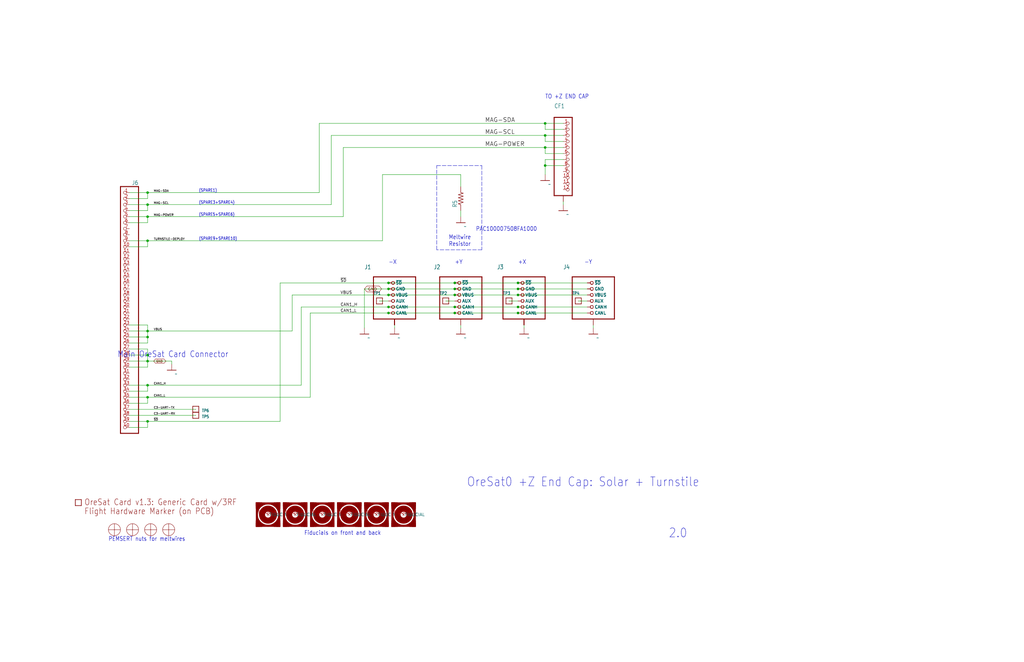
<source format=kicad_sch>
(kicad_sch (version 20211123) (generator eeschema)
  (paper "USLedger")
  (title_block (title "+Z End Card w/ Turnstile") (rev "1.0"))
  (lib_symbols
    (symbol "plusz-end-card-with-turnstile-eagle-import:FIDUCIAL-1.0X2.0"
      (symbol "FIDUCIAL-1.0X2.0_1_0"
        (rectangle (start -5.08 -5.08) (end -3.556 -2.54) (fill (type outline)))
        (rectangle (start -5.08 -5.08) (end -2.54 -3.556) (fill (type outline)))
        (rectangle (start -5.08 2.54) (end -3.556 5.08) (fill (type outline)))
        (rectangle (start -5.08 3.556) (end -2.54 5.08) (fill (type outline)))
        (polyline (pts (xy -5.08 -5.08) (xy -5.08 5.08)) (stroke (width 0.127)))
        (polyline (pts (xy -5.08 -5.08) (xy 5.08 -5.08)) (stroke (width 0.127)))
        (polyline (pts (xy -5.08 5.08) (xy 5.08 5.08)) (stroke (width 0.127)))
        (polyline (pts (xy -4.699 2.54) (xy -4.699 -2.54)) (stroke (width 0.762)))
        (polyline (pts (xy -2.54 -4.699) (xy 2.54 -4.699)) (stroke (width 0.762)))
        (polyline (pts (xy -2.54 4.699) (xy 2.54 4.699)) (stroke (width 0.762)))
        (polyline (pts (xy 4.699 -2.54) (xy 4.699 2.54)) (stroke (width 0.762)))
        (polyline (pts (xy 5.08 5.08) (xy 5.08 -5.08)) (stroke (width 0.127)))
        (circle (center 0 0) (radius 2.54) (stroke (width 2.54)))
        (circle (center 0 0) (radius 4.699) (stroke (width 0.762)))
        (rectangle (start 2.54 -5.08) (end 5.08 -3.556) (fill (type outline)))
        (rectangle (start 2.54 3.556) (end 5.08 5.08) (fill (type outline)))
        (rectangle (start 3.556 -5.08) (end 5.08 -2.54) (fill (type outline)))
        (rectangle (start 3.556 2.54) (end 5.08 5.08) (fill (type outline)))
        (pin no_connect line (at 0 0 0) (length 0) (name "FIDUCIAL") (number "FIDUCIAL"))
      )
    )
    (symbol "plusz-end-card-with-turnstile-eagle-import:FLIGHMARKERNEW"
      (symbol "FLIGHMARKERNEW_1_0"
        (text "Flight Hardware Marker (on PCB)" (at 0 0 0) (effects (font (size 2.54 2.159)) (justify left bottom)))
      )
    )
    (symbol "plusz-end-card-with-turnstile-eagle-import:GND" (power)
      (property "Value" "GND" (at -2.54 -2.54 0))
      (symbol "GND_1_0"
        (polyline (pts (xy -1.905 0) (xy 1.905 0)) (stroke (width 0.254)))
        (pin power_in line (at 0 2.54 270) (length 2.54) (name "GND") (number "1"))
      )
    )
    (symbol "plusz-end-card-with-turnstile-eagle-import:J-HARWIN-M55-60X1242R"
      (property "Reference" "CF" (at -6.35 19.05 0))
      (property "Value" "J-HARWIN-M55-60X1242R" (at -6.35 16.51 0))
      (symbol "J-HARWIN-M55-60X1242R_1_0"
        (polyline (pts (xy -6.35 -17.78) (xy 1.27 -17.78)) (stroke (width 0.4064)))
        (polyline (pts (xy -6.35 15.24) (xy -6.35 -17.78)) (stroke (width 0.4064)))
        (polyline (pts (xy 1.27 -17.78) (xy 1.27 15.24)) (stroke (width 0.4064)))
        (polyline (pts (xy 1.27 15.24) (xy -6.35 15.24)) (stroke (width 0.4064)))
        (pin passive inverted (at -2.54 12.7 0) (length 2.54) (name "1") (number "1"))
        (pin passive inverted (at -2.54 -10.16 0) (length 2.54) (name "10") (number "10"))
        (pin passive inverted (at -2.54 -12.7 0) (length 2.54) (name "11") (number "11"))
        (pin passive inverted (at -2.54 -15.24 0) (length 2.54) (name "12") (number "12"))
        (pin passive inverted (at -2.54 10.16 0) (length 2.54) (name "2") (number "2"))
        (pin passive inverted (at -2.54 7.62 0) (length 2.54) (name "3") (number "3"))
        (pin passive inverted (at -2.54 5.08 0) (length 2.54) (name "4") (number "4"))
        (pin passive inverted (at -2.54 2.54 0) (length 2.54) (name "5") (number "5"))
        (pin passive inverted (at -2.54 0 0) (length 2.54) (name "6") (number "6"))
        (pin passive inverted (at -2.54 -2.54 0) (length 2.54) (name "7") (number "7"))
        (pin passive inverted (at -2.54 -5.08 0) (length 2.54) (name "8") (number "8"))
        (pin passive inverted (at -2.54 -7.62 0) (length 2.54) (name "9") (number "9"))
        (pin passive line (at -2.54 -20.32 90) (length 2.54) (name "SHIELDS") (number "P$1"))
        (pin passive line (at -2.54 -20.32 90) (length 2.54) (name "SHIELDS") (number "P$2"))
        (pin passive line (at -2.54 -20.32 90) (length 2.54) (name "SHIELDS") (number "P$3"))
        (pin passive line (at -2.54 -20.32 90) (length 2.54) (name "SHIELDS") (number "P$4"))
      )
    )
    (symbol "plusz-end-card-with-turnstile-eagle-import:J-SAMTEC-TFM-120-X1-XXX-D-RA"
      (property "Reference" "J" (at -6.35 51.435 0))
      (property "Value" "J-SAMTEC-TFM-120-X1-XXX-D-RA" (at -6.35 -55.88 0))
      (symbol "J-SAMTEC-TFM-120-X1-XXX-D-RA_1_0"
        (polyline (pts (xy -6.35 -53.34) (xy 1.27 -53.34)) (stroke (width 0.4064)))
        (polyline (pts (xy -6.35 50.8) (xy -6.35 -53.34)) (stroke (width 0.4064)))
        (polyline (pts (xy 1.27 -53.34) (xy 1.27 50.8)) (stroke (width 0.4064)))
        (polyline (pts (xy 1.27 50.8) (xy -6.35 50.8)) (stroke (width 0.4064)))
        (pin passive inverted (at -2.54 48.26 0) (length 2.54) (name "1") (number "1"))
        (pin passive inverted (at -2.54 25.4 0) (length 2.54) (name "10") (number "10"))
        (pin passive inverted (at -2.54 22.86 0) (length 2.54) (name "11") (number "11"))
        (pin passive inverted (at -2.54 20.32 0) (length 2.54) (name "12") (number "12"))
        (pin passive inverted (at -2.54 17.78 0) (length 2.54) (name "13") (number "13"))
        (pin passive inverted (at -2.54 15.24 0) (length 2.54) (name "14") (number "14"))
        (pin passive inverted (at -2.54 12.7 0) (length 2.54) (name "15") (number "15"))
        (pin passive inverted (at -2.54 10.16 0) (length 2.54) (name "16") (number "16"))
        (pin passive inverted (at -2.54 7.62 0) (length 2.54) (name "17") (number "17"))
        (pin passive inverted (at -2.54 5.08 0) (length 2.54) (name "18") (number "18"))
        (pin passive inverted (at -2.54 2.54 0) (length 2.54) (name "19") (number "19"))
        (pin passive inverted (at -2.54 45.72 0) (length 2.54) (name "2") (number "2"))
        (pin passive inverted (at -2.54 0 0) (length 2.54) (name "20") (number "20"))
        (pin passive inverted (at -2.54 -2.54 0) (length 2.54) (name "21") (number "21"))
        (pin passive inverted (at -2.54 -5.08 0) (length 2.54) (name "22") (number "22"))
        (pin passive inverted (at -2.54 -7.62 0) (length 2.54) (name "23") (number "23"))
        (pin passive inverted (at -2.54 -10.16 0) (length 2.54) (name "24") (number "24"))
        (pin passive inverted (at -2.54 -12.7 0) (length 2.54) (name "25") (number "25"))
        (pin passive inverted (at -2.54 -15.24 0) (length 2.54) (name "26") (number "26"))
        (pin passive inverted (at -2.54 -17.78 0) (length 2.54) (name "27") (number "27"))
        (pin passive inverted (at -2.54 -20.32 0) (length 2.54) (name "28") (number "28"))
        (pin passive inverted (at -2.54 -22.86 0) (length 2.54) (name "29") (number "29"))
        (pin passive inverted (at -2.54 43.18 0) (length 2.54) (name "3") (number "3"))
        (pin passive inverted (at -2.54 -25.4 0) (length 2.54) (name "30") (number "30"))
        (pin passive inverted (at -2.54 -27.94 0) (length 2.54) (name "31") (number "31"))
        (pin passive inverted (at -2.54 -30.48 0) (length 2.54) (name "32") (number "32"))
        (pin passive inverted (at -2.54 -33.02 0) (length 2.54) (name "33") (number "33"))
        (pin passive inverted (at -2.54 -35.56 0) (length 2.54) (name "34") (number "34"))
        (pin passive inverted (at -2.54 -38.1 0) (length 2.54) (name "35") (number "35"))
        (pin passive inverted (at -2.54 -40.64 0) (length 2.54) (name "36") (number "36"))
        (pin passive inverted (at -2.54 -43.18 0) (length 2.54) (name "37") (number "37"))
        (pin passive inverted (at -2.54 -45.72 0) (length 2.54) (name "38") (number "38"))
        (pin passive inverted (at -2.54 -48.26 0) (length 2.54) (name "39") (number "39"))
        (pin passive inverted (at -2.54 40.64 0) (length 2.54) (name "4") (number "4"))
        (pin passive inverted (at -2.54 -50.8 0) (length 2.54) (name "40") (number "40"))
        (pin passive inverted (at -2.54 38.1 0) (length 2.54) (name "5") (number "5"))
        (pin passive inverted (at -2.54 35.56 0) (length 2.54) (name "6") (number "6"))
        (pin passive inverted (at -2.54 33.02 0) (length 2.54) (name "7") (number "7"))
        (pin passive inverted (at -2.54 30.48 0) (length 2.54) (name "8") (number "8"))
        (pin passive inverted (at -2.54 27.94 0) (length 2.54) (name "9") (number "9"))
      )
    )
    (symbol "plusz-end-card-with-turnstile-eagle-import:MCMASTER-94100A150"
      (symbol "MCMASTER-94100A150_1_0"
        (polyline (pts (xy 0 -2.54) (xy 0 0)) (stroke (width 0.1524)))
        (polyline (pts (xy 0 0) (xy -2.54 0)) (stroke (width 0.1524)))
        (polyline (pts (xy 0 0) (xy 2.54 0)) (stroke (width 0.1524)))
        (polyline (pts (xy 0 2.54) (xy 0 0)) (stroke (width 0.1524)))
        (circle (center 0 0) (radius 2.54) (stroke (width 0.1524)))
      )
    )
    (symbol "plusz-end-card-with-turnstile-eagle-import:ORESAT-CARD-V1.3-GENERIC-3RF"
      (symbol "ORESAT-CARD-V1.3-GENERIC-3RF_1_0"
        (polyline (pts (xy -1.27 -1.27) (xy 1.27 -1.27)) (stroke (width 0.254)))
        (polyline (pts (xy -1.27 1.27) (xy -1.27 -1.27)) (stroke (width 0.254)))
        (polyline (pts (xy 1.27 -1.27) (xy 1.27 1.27)) (stroke (width 0.254)))
        (polyline (pts (xy 1.27 1.27) (xy -1.27 1.27)) (stroke (width 0.254)))
        (text "OreSat Card v1.3: Generic Card w/3RF" (at 2.54 -1.27 0) (effects (font (size 2.54 2.159)) (justify left bottom)))
      )
    )
    (symbol "plusz-end-card-with-turnstile-eagle-import:PAC100-FOR-MELTWIRE"
      (property "Reference" "R" (at -3.81 1.4986 0))
      (property "Value" "PAC100-FOR-MELTWIRE" (at -3.81 -3.302 0))
      (symbol "PAC100-FOR-MELTWIRE_1_0"
        (polyline (pts (xy -2.54 0) (xy -2.159 1.016)) (stroke (width 0.2032)))
        (polyline (pts (xy -2.159 1.016) (xy -1.524 -1.016)) (stroke (width 0.2032)))
        (polyline (pts (xy -1.524 -1.016) (xy -0.889 1.016)) (stroke (width 0.2032)))
        (polyline (pts (xy -0.889 1.016) (xy -0.254 -1.016)) (stroke (width 0.2032)))
        (polyline (pts (xy -0.254 -1.016) (xy 0.381 1.016)) (stroke (width 0.2032)))
        (polyline (pts (xy 0.381 1.016) (xy 1.016 -1.016)) (stroke (width 0.2032)))
        (polyline (pts (xy 1.016 -1.016) (xy 1.651 1.016)) (stroke (width 0.2032)))
        (polyline (pts (xy 1.651 1.016) (xy 2.286 -1.016)) (stroke (width 0.2032)))
        (polyline (pts (xy 2.286 -1.016) (xy 2.54 0)) (stroke (width 0.2032)))
        (pin passive line (at -5.08 0 0) (length 2.54) (name "1") (number "P$1"))
        (pin passive line (at -5.08 0 0) (length 2.54) (name "1") (number "P$2"))
        (pin passive line (at 5.08 0 180) (length 2.54) (name "2") (number "P$3"))
        (pin passive line (at 5.08 0 180) (length 2.54) (name "2") (number "P$4"))
      )
    )
    (symbol "plusz-end-card-with-turnstile-eagle-import:SOLAR-CARD-CONNECTOR"
      (property "Reference" "J" (at -6.35 10.795 0))
      (property "Value" "SOLAR-CARD-CONNECTOR" (at -6.35 8.89 0))
      (symbol "SOLAR-CARD-CONNECTOR_1_0"
        (polyline (pts (xy -8.89 -10.16) (xy 8.89 -10.16)) (stroke (width 0.4064)))
        (polyline (pts (xy -8.89 7.62) (xy -8.89 -10.16)) (stroke (width 0.4064)))
        (polyline (pts (xy 8.89 -10.16) (xy 8.89 7.62)) (stroke (width 0.4064)))
        (polyline (pts (xy 8.89 7.62) (xy -8.89 7.62)) (stroke (width 0.4064)))
        (pin passive inverted (at -2.54 5.08 0) (length 2.54) (name "~{SD}") (number "1"))
        (pin passive inverted (at -2.54 -5.08 0) (length 2.54) (name "CANH") (number "10"))
        (pin passive inverted (at -2.54 -7.62 0) (length 2.54) (name "CANL") (number "11"))
        (pin passive inverted (at -2.54 -7.62 0) (length 2.54) (name "CANL") (number "12"))
        (pin passive inverted (at -2.54 5.08 0) (length 2.54) (name "~{SD}") (number "2"))
        (pin passive inverted (at -2.54 2.54 0) (length 2.54) (name "GND") (number "3"))
        (pin passive inverted (at -2.54 2.54 0) (length 2.54) (name "GND") (number "4"))
        (pin passive inverted (at -2.54 0 0) (length 2.54) (name "VBUS") (number "5"))
        (pin passive inverted (at -2.54 0 0) (length 2.54) (name "VBUS") (number "6"))
        (pin passive inverted (at -2.54 -2.54 0) (length 2.54) (name "AUX") (number "7"))
        (pin passive inverted (at -2.54 -2.54 0) (length 2.54) (name "AUX") (number "8"))
        (pin passive inverted (at -2.54 -5.08 0) (length 2.54) (name "CANH") (number "9"))
        (pin passive line (at 0 -12.7 90) (length 2.54) (name "SHIELD") (number "P$1"))
        (pin passive line (at 0 -12.7 90) (length 2.54) (name "SHIELD") (number "P$2"))
        (pin passive line (at 0 -12.7 90) (length 2.54) (name "SHIELD") (number "P$3"))
        (pin passive line (at 0 -12.7 90) (length 2.54) (name "SHIELD") (number "P$4"))
      )
    )
    (symbol "plusz-end-card-with-turnstile-eagle-import:TEST-POINT-LARGE-SQUARE"
      (property "Reference" "TP" (at -2.54 2.54 0))
      (symbol "TEST-POINT-LARGE-SQUARE_1_0"
        (polyline (pts (xy -1.27 -1.27) (xy -1.27 1.27)) (stroke (width 0.254)))
        (polyline (pts (xy -1.27 1.27) (xy 1.27 1.27)) (stroke (width 0.254)))
        (polyline (pts (xy 1.27 -1.27) (xy -1.27 -1.27)) (stroke (width 0.254)))
        (polyline (pts (xy 1.27 1.27) (xy 1.27 -1.27)) (stroke (width 0.254)))
        (pin passive line (at 0 0 0) (length 0) (name "1") (number "1"))
      )
    )
  )
  (junction (at 62.23 177.8))
  (junction (at 218.44 132.08))
  (junction (at 62.23 91.44))
  (junction (at 191.77 124.46))
  (junction (at 229.87 52.07))
  (junction (at 191.77 119.38))
  (junction (at 62.23 101.6))
  (junction (at 62.23 149.86))
  (junction (at 191.77 129.54))
  (junction (at 62.23 86.36))
  (junction (at 218.44 129.54))
  (junction (at 62.23 142.24))
  (junction (at 229.87 57.15))
  (junction (at 62.23 139.7))
  (junction (at 191.77 121.92))
  (junction (at 163.83 132.08))
  (junction (at 163.83 124.46))
  (junction (at 218.44 121.92))
  (junction (at 62.23 81.28))
  (junction (at 62.23 162.56))
  (junction (at 191.77 132.08))
  (junction (at 62.23 152.4))
  (junction (at 229.87 62.23))
  (junction (at 218.44 119.38))
  (junction (at 218.44 124.46))
  (junction (at 163.83 129.54))
  (junction (at 62.23 167.64))
  (junction (at 163.83 119.38))
  (junction (at 163.83 121.92))
  (junction (at 229.87 69.85))
  (wire (pts (xy 229.87 57.15) (xy 229.87 59.69)))
  (wire (pts (xy 161.29 101.6) (xy 161.29 73.66)))
  (wire (pts (xy 144.78 62.23) (xy 229.87 62.23)))
  (wire (pts (xy 62.23 86.36) (xy 139.7 86.36)))
  (wire (pts (xy 62.23 139.7) (xy 123.19 139.7)))
  (wire (pts (xy 62.23 81.28) (xy 54.61 81.28)))
  (wire (pts (xy 62.23 177.8) (xy 54.61 177.8)))
  (wire (pts (xy 187.96 127) (xy 191.77 127)))
  (wire (pts (xy 62.23 162.56) (xy 127 162.56)))
  (wire (pts (xy 72.39 152.4) (xy 72.39 153.67)))
  (wire (pts (xy 250.19 138.43) (xy 250.19 137.16)))
  (wire (pts (xy 163.83 132.08) (xy 191.77 132.08)))
  (wire (pts (xy 163.83 132.08) (xy 130.81 132.08)))
  (wire (pts (xy 54.61 165.1) (xy 62.23 165.1)))
  (wire (pts (xy 243.84 127) (xy 247.65 127)))
  (wire (pts (xy 191.77 121.92) (xy 218.44 121.92)))
  (wire (pts (xy 163.83 129.54) (xy 191.77 129.54)))
  (wire (pts (xy 62.23 165.1) (xy 62.23 162.56)))
  (wire (pts (xy 62.23 139.7) (xy 62.23 137.16)))
  (wire (pts (xy 54.61 175.26) (xy 82.55 175.26)))
  (wire (pts (xy 229.87 73.66) (xy 229.87 69.85)))
  (wire (pts (xy 163.83 127) (xy 160.02 127)))
  (wire (pts (xy 191.77 124.46) (xy 163.83 124.46)))
  (wire (pts (xy 118.11 119.38) (xy 118.11 177.8)))
  (wire (pts (xy 218.44 121.92) (xy 247.65 121.92)))
  (wire (pts (xy 54.61 152.4) (xy 62.23 152.4)))
  (wire (pts (xy 191.77 132.08) (xy 218.44 132.08)))
  (polyline (pts (xy 203.2 105.41) (xy 184.15 105.41)))
  (wire (pts (xy 62.23 152.4) (xy 72.39 152.4)))
  (wire (pts (xy 62.23 144.78) (xy 62.23 142.24)))
  (wire (pts (xy 237.49 86.36) (xy 237.49 85.09)))
  (wire (pts (xy 54.61 167.64) (xy 62.23 167.64)))
  (wire (pts (xy 237.49 67.31) (xy 229.87 67.31)))
  (wire (pts (xy 163.83 121.92) (xy 191.77 121.92)))
  (wire (pts (xy 54.61 170.18) (xy 62.23 170.18)))
  (wire (pts (xy 62.23 91.44) (xy 54.61 91.44)))
  (wire (pts (xy 161.29 73.66) (xy 194.31 73.66)))
  (wire (pts (xy 218.44 124.46) (xy 191.77 124.46)))
  (wire (pts (xy 237.49 57.15) (xy 229.87 57.15)))
  (wire (pts (xy 130.81 132.08) (xy 130.81 167.64)))
  (wire (pts (xy 62.23 101.6) (xy 161.29 101.6)))
  (wire (pts (xy 62.23 101.6) (xy 54.61 101.6)))
  (wire (pts (xy 62.23 86.36) (xy 54.61 86.36)))
  (wire (pts (xy 194.31 138.43) (xy 194.31 137.16)))
  (wire (pts (xy 62.23 142.24) (xy 62.23 139.7)))
  (wire (pts (xy 54.61 104.14) (xy 62.23 104.14)))
  (wire (pts (xy 229.87 64.77) (xy 237.49 64.77)))
  (wire (pts (xy 62.23 180.34) (xy 62.23 177.8)))
  (wire (pts (xy 62.23 149.86) (xy 62.23 152.4)))
  (wire (pts (xy 62.23 177.8) (xy 118.11 177.8)))
  (wire (pts (xy 62.23 91.44) (xy 144.78 91.44)))
  (wire (pts (xy 247.65 124.46) (xy 218.44 124.46)))
  (wire (pts (xy 220.98 138.43) (xy 220.98 137.16)))
  (wire (pts (xy 62.23 154.94) (xy 62.23 152.4)))
  (wire (pts (xy 62.23 93.98) (xy 62.23 91.44)))
  (wire (pts (xy 134.62 52.07) (xy 229.87 52.07)))
  (wire (pts (xy 54.61 162.56) (xy 62.23 162.56)))
  (wire (pts (xy 194.31 73.66) (xy 194.31 78.74)))
  (wire (pts (xy 218.44 127) (xy 214.63 127)))
  (wire (pts (xy 229.87 57.15) (xy 139.7 57.15)))
  (wire (pts (xy 191.77 129.54) (xy 218.44 129.54)))
  (wire (pts (xy 127 129.54) (xy 127 162.56)))
  (wire (pts (xy 82.55 172.72) (xy 54.61 172.72)))
  (wire (pts (xy 62.23 149.86) (xy 62.23 147.32)))
  (wire (pts (xy 54.61 147.32) (xy 62.23 147.32)))
  (wire (pts (xy 166.37 138.43) (xy 166.37 137.16)))
  (wire (pts (xy 54.61 149.86) (xy 62.23 149.86)))
  (wire (pts (xy 54.61 142.24) (xy 62.23 142.24)))
  (wire (pts (xy 163.83 129.54) (xy 127 129.54)))
  (wire (pts (xy 130.81 167.64) (xy 62.23 167.64)))
  (wire (pts (xy 123.19 124.46) (xy 123.19 139.7)))
  (wire (pts (xy 229.87 52.07) (xy 229.87 54.61)))
  (wire (pts (xy 144.78 91.44) (xy 144.78 62.23)))
  (wire (pts (xy 229.87 59.69) (xy 237.49 59.69)))
  (wire (pts (xy 247.65 119.38) (xy 218.44 119.38)))
  (wire (pts (xy 218.44 119.38) (xy 191.77 119.38)))
  (wire (pts (xy 229.87 62.23) (xy 229.87 64.77)))
  (wire (pts (xy 191.77 119.38) (xy 163.83 119.38)))
  (polyline (pts (xy 184.15 69.85) (xy 203.2 69.85)))
  (wire (pts (xy 194.31 91.44) (xy 194.31 88.9)))
  (wire (pts (xy 62.23 104.14) (xy 62.23 101.6)))
  (wire (pts (xy 62.23 139.7) (xy 54.61 139.7)))
  (wire (pts (xy 153.67 138.43) (xy 153.67 121.92)))
  (wire (pts (xy 163.83 119.38) (xy 118.11 119.38)))
  (wire (pts (xy 229.87 54.61) (xy 237.49 54.61)))
  (wire (pts (xy 229.87 69.85) (xy 237.49 69.85)))
  (wire (pts (xy 237.49 62.23) (xy 229.87 62.23)))
  (wire (pts (xy 62.23 170.18) (xy 62.23 167.64)))
  (wire (pts (xy 218.44 129.54) (xy 247.65 129.54)))
  (wire (pts (xy 54.61 83.82) (xy 62.23 83.82)))
  (wire (pts (xy 54.61 93.98) (xy 62.23 93.98)))
  (wire (pts (xy 153.67 121.92) (xy 163.83 121.92)))
  (polyline (pts (xy 184.15 105.41) (xy 184.15 69.85)))
  (wire (pts (xy 218.44 132.08) (xy 247.65 132.08)))
  (wire (pts (xy 54.61 154.94) (xy 62.23 154.94)))
  (wire (pts (xy 163.83 124.46) (xy 123.19 124.46)))
  (wire (pts (xy 139.7 57.15) (xy 139.7 86.36)))
  (polyline (pts (xy 203.2 69.85) (xy 203.2 105.41)))
  (wire (pts (xy 54.61 88.9) (xy 62.23 88.9)))
  (wire (pts (xy 54.61 144.78) (xy 62.23 144.78)))
  (wire (pts (xy 229.87 67.31) (xy 229.87 69.85)))
  (wire (pts (xy 62.23 88.9) (xy 62.23 86.36)))
  (wire (pts (xy 62.23 81.28) (xy 134.62 81.28)))
  (wire (pts (xy 134.62 81.28) (xy 134.62 52.07)))
  (wire (pts (xy 237.49 52.07) (xy 229.87 52.07)))
  (wire (pts (xy 62.23 137.16) (xy 54.61 137.16)))
  (wire (pts (xy 54.61 180.34) (xy 62.23 180.34)))
  (wire (pts (xy 62.23 83.82) (xy 62.23 81.28)))
  (text "PEMSERT nuts for meltwires" (at 45.72 228.6 180) (effects (font (size 1.778 1.5113)) (justify left bottom)))
  (text "Main OreSat Card Connector" (at 49.53 151.13 180) (effects (font (size 2.54 2.159)) (justify left bottom)))
  (text "+Y" (at 191.77 111.76 180) (effects (font (size 1.778 1.5113)) (justify left bottom)))
  (text "TO +Z END CAP" (at 229.87 41.91 180) (effects (font (size 1.778 1.5113)) (justify left bottom)))
  (text "(SPARE5+SPARE6)" (at 83.82 91.44 180) (effects (font (size 1.27 1.0795)) (justify left bottom)))
  (text "(SPARE3+SPARE4)" (at 83.82 86.36 180) (effects (font (size 1.27 1.0795)) (justify left bottom)))
  (text "-X" (at 163.83 111.76 180) (effects (font (size 1.778 1.5113)) (justify left bottom)))
  (text "PAC100007508FA1000" (at 200.66 97.79 180) (effects (font (size 1.778 1.5113)) (justify left bottom)))
  (text "OreSat0 +Z End Cap: Solar + Turnstile" (at 196.85 205.74 180) (effects (font (size 3.81 3.2385)) (justify left bottom)))
  (text "+X" (at 218.44 111.76 180) (effects (font (size 1.778 1.5113)) (justify left bottom)))
  (text "(SPARE1)" (at 83.82 81.28 180) (effects (font (size 1.27 1.0795)) (justify left bottom)))
  (text "2.0" (at 281.94 227.33 180) (effects (font (size 3.81 3.2385)) (justify left bottom)))
  (text "Meltwire\nResistor" (at 189.23 104.14 180) (effects (font (size 1.778 1.5113)) (justify left bottom)))
  (text "-Y" (at 246.38 111.76 180) (effects (font (size 1.778 1.5113)) (justify left bottom)))
  (text "(SPARE9+SPARE10)" (at 83.82 101.6 180) (effects (font (size 1.27 1.0795)) (justify left bottom)))
  (text "Fiducials on front and back" (at 128.27 226.06 180) (effects (font (size 1.778 1.5113)) (justify left bottom)))
  (label "CAN1_H" (at 143.51 129.54 0) (effects (font (size 1.2446 1.2446))))
  (label "MAG-SCL" (at 204.47 57.15 0) (effects (font (size 1.778 1.778))))
  (label "MAG-POWER" (at 204.47 62.23 0) (effects (font (size 1.778 1.778))))
  (label "CAN1_L" (at 143.51 132.08 0) (effects (font (size 1.2446 1.2446))))
  (label "~{SD}" (at 64.77 177.8 0) (effects (font (size 0.889 0.889))))
  (label "~{SD}" (at 143.51 119.38 0) (effects (font (size 1.2446 1.2446))))
  (label "TURNSTILE-DEPLOY" (at 64.77 101.6 0) (effects (font (size 0.889 0.889))))
  (label "CAN1_H" (at 64.77 162.56 0) (effects (font (size 0.889 0.889))))
  (label "MAG-SCL" (at 64.77 86.36 0) (effects (font (size 0.889 0.889))))
  (label "MAG-SDA" (at 64.77 81.28 0) (effects (font (size 0.889 0.889))))
  (label "C3-UART-TX" (at 64.77 172.72 0) (effects (font (size 0.889 0.889))))
  (label "MAG-POWER" (at 64.77 91.44 0) (effects (font (size 0.889 0.889))))
  (label "CAN1_L" (at 64.77 167.64 0) (effects (font (size 0.889 0.889))))
  (label "MAG-SDA" (at 204.47 52.07 0) (effects (font (size 1.778 1.778))))
  (label "C3-UART-RX" (at 64.77 175.26 0) (effects (font (size 0.889 0.889))))
  (label "VBUS" (at 143.51 124.46 0) (effects (font (size 1.2446 1.2446))))
  (label "VBUS" (at 64.77 139.7 0) (effects (font (size 0.889 0.889))))
  (global_label "GND" (shape bidirectional) (at 64.77 152.4 0) (effects (font (size 0.889 0.889))) (property "Intersheet References" "${INTERSHEET_REFS}" (effects hide)))
  (global_label "GND" (shape bidirectional) (at 153.67 121.92 0) (effects (font (size 1.2446 1.2446))) (property "Intersheet References" "${INTERSHEET_REFS}" (effects hide)))
  (symbol (lib_id "plusz-end-card-with-turnstile-eagle-import:ORESAT-CARD-V1.3-GENERIC-3RF") (at 33.02 212.09 0) (unit 1)
    (property "Reference" "PCB1" (effects hide))
  )
  (symbol (lib_id "plusz-end-card-with-turnstile-eagle-import:GND") (at 153.67 140.97 0) (mirror y) (unit 1)
    (property "Reference" "#GND16" (effects hide))
  )
  (symbol (lib_id "plusz-end-card-with-turnstile-eagle-import:FIDUCIAL-1.0X2.0") (at 147.32 217.17 0) (unit 1)
    (property "Reference" "FIDUCIAL4" (effects hide))
  )
  (symbol (lib_id "plusz-end-card-with-turnstile-eagle-import:FIDUCIAL-1.0X2.0") (at 158.75 217.17 0) (unit 1)
    (property "Reference" "FIDUCIAL5" (effects hide))
  )
  (symbol (lib_id "plusz-end-card-with-turnstile-eagle-import:MCMASTER-94100A150") (at 63.5 223.52 0) (unit 1)
    (property "Reference" "HW3" (effects hide))
  )
  (symbol (lib_id "plusz-end-card-with-turnstile-eagle-import:GND") (at 250.19 140.97 0) (mirror y) (unit 1)
    (property "Reference" "#GND20" (effects hide))
  )
  (symbol (lib_id "plusz-end-card-with-turnstile-eagle-import:FIDUCIAL-1.0X2.0") (at 135.89 217.17 0) (unit 1)
    (property "Reference" "FIDUCIAL3" (effects hide))
  )
  (symbol (lib_id "plusz-end-card-with-turnstile-eagle-import:PAC100-FOR-MELTWIRE") (at 194.31 83.82 90) (unit 1)
    (property "Reference" "R5" (at 192.8114 87.63 0) (effects (font (size 1.778 1.5113)) (justify left bottom)))
  )
  (symbol (lib_id "plusz-end-card-with-turnstile-eagle-import:MCMASTER-94100A150") (at 48.26 223.52 0) (unit 1)
    (property "Reference" "HW1" (effects hide))
  )
  (symbol (lib_id "plusz-end-card-with-turnstile-eagle-import:FIDUCIAL-1.0X2.0") (at 170.18 217.17 0) (unit 1)
    (property "Reference" "FIDUCIAL6" (effects hide))
  )
  (symbol (lib_id "plusz-end-card-with-turnstile-eagle-import:GND") (at 229.87 76.2 0) (mirror y) (unit 1)
    (property "Reference" "#GND22" (effects hide))
  )
  (symbol (lib_id "plusz-end-card-with-turnstile-eagle-import:J-SAMTEC-TFM-120-X1-XXX-D-RA") (at 52.07 129.54 0) (mirror y) (unit 1)
    (property "Reference" "J6" (at 58.42 78.105 0) (effects (font (size 1.778 1.5113)) (justify left bottom)))
  )
  (symbol (lib_id "plusz-end-card-with-turnstile-eagle-import:SOLAR-CARD-CONNECTOR") (at 250.19 124.46 0) (unit 1)
    (property "Reference" "J4" (at 237.49 113.665 0) (effects (font (size 1.778 1.5113)) (justify left bottom)))
  )
  (symbol (lib_id "plusz-end-card-with-turnstile-eagle-import:MCMASTER-94100A150") (at 71.12 223.52 0) (unit 1)
    (property "Reference" "HW4" (effects hide))
  )
  (symbol (lib_id "plusz-end-card-with-turnstile-eagle-import:TEST-POINT-LARGE-SQUARE") (at 187.96 127 0) (unit 1)
    (property "Reference" "TP2" (at 185.42 124.46 0) (effects (font (size 1.27 1.0795)) (justify left bottom)))
  )
  (symbol (lib_id "plusz-end-card-with-turnstile-eagle-import:SOLAR-CARD-CONNECTOR") (at 166.37 124.46 0) (unit 1)
    (property "Reference" "J1" (at 153.67 113.665 0) (effects (font (size 1.778 1.5113)) (justify left bottom)))
  )
  (symbol (lib_id "plusz-end-card-with-turnstile-eagle-import:GND") (at 166.37 140.97 0) (mirror y) (unit 1)
    (property "Reference" "#GND17" (effects hide))
  )
  (symbol (lib_id "plusz-end-card-with-turnstile-eagle-import:SOLAR-CARD-CONNECTOR") (at 220.98 124.46 0) (unit 1)
    (property "Reference" "J3" (at 209.55 113.665 0) (effects (font (size 1.778 1.5113)) (justify left bottom)))
  )
  (symbol (lib_id "plusz-end-card-with-turnstile-eagle-import:TEST-POINT-LARGE-SQUARE") (at 160.02 127 0) (unit 1)
    (property "Reference" "TP1" (at 157.48 124.46 0) (effects (font (size 1.27 1.0795)) (justify left bottom)))
  )
  (symbol (lib_id "plusz-end-card-with-turnstile-eagle-import:MCMASTER-94100A150") (at 55.88 223.52 0) (unit 1)
    (property "Reference" "HW2" (effects hide))
  )
  (symbol (lib_id "plusz-end-card-with-turnstile-eagle-import:GND") (at 72.39 156.21 0) (mirror y) (unit 1)
    (property "Reference" "#GND15" (effects hide))
  )
  (symbol (lib_id "plusz-end-card-with-turnstile-eagle-import:FIDUCIAL-1.0X2.0") (at 113.03 217.17 0) (unit 1)
    (property "Reference" "FIDUCIAL1" (effects hide))
  )
  (symbol (lib_id "plusz-end-card-with-turnstile-eagle-import:SOLAR-CARD-CONNECTOR") (at 194.31 124.46 0) (unit 1)
    (property "Reference" "J2" (at 182.88 113.665 0) (effects (font (size 1.778 1.5113)) (justify left bottom)))
  )
  (symbol (lib_id "plusz-end-card-with-turnstile-eagle-import:TEST-POINT-LARGE-SQUARE") (at 82.55 175.26 0) (unit 1)
    (property "Reference" "TP5" (at 85.09 176.53 0) (effects (font (size 1.27 1.0795)) (justify left bottom)))
  )
  (symbol (lib_id "plusz-end-card-with-turnstile-eagle-import:TEST-POINT-LARGE-SQUARE") (at 214.63 127 0) (unit 1)
    (property "Reference" "TP3" (at 212.09 124.46 0) (effects (font (size 1.27 1.0795)) (justify left bottom)))
  )
  (symbol (lib_id "plusz-end-card-with-turnstile-eagle-import:J-HARWIN-M55-60X1242R") (at 240.03 64.77 0) (unit 1)
    (property "Reference" "CF1" (at 233.68 45.72 0) (effects (font (size 1.778 1.5113)) (justify left bottom)))
  )
  (symbol (lib_id "plusz-end-card-with-turnstile-eagle-import:GND") (at 194.31 93.98 0) (mirror y) (unit 1)
    (property "Reference" "#GND23" (effects hide))
  )
  (symbol (lib_id "plusz-end-card-with-turnstile-eagle-import:FLIGHMARKERNEW") (at 35.56 217.17 0) (unit 1)
    (property "Reference" "U$1" (effects hide))
  )
  (symbol (lib_id "plusz-end-card-with-turnstile-eagle-import:FIDUCIAL-1.0X2.0") (at 124.46 217.17 0) (unit 1)
    (property "Reference" "FIDUCIAL2" (effects hide))
  )
  (symbol (lib_id "plusz-end-card-with-turnstile-eagle-import:TEST-POINT-LARGE-SQUARE") (at 82.55 172.72 0) (unit 1)
    (property "Reference" "TP6" (at 85.09 173.99 0) (effects (font (size 1.27 1.0795)) (justify left bottom)))
  )
  (symbol (lib_id "plusz-end-card-with-turnstile-eagle-import:GND") (at 237.49 88.9 0) (mirror y) (unit 1)
    (property "Reference" "#GND21" (effects hide))
  )
  (symbol (lib_id "plusz-end-card-with-turnstile-eagle-import:GND") (at 194.31 140.97 0) (mirror y) (unit 1)
    (property "Reference" "#GND18" (effects hide))
  )
  (symbol (lib_id "plusz-end-card-with-turnstile-eagle-import:GND") (at 220.98 140.97 0) (mirror y) (unit 1)
    (property "Reference" "#GND19" (effects hide))
  )
  (symbol (lib_id "plusz-end-card-with-turnstile-eagle-import:TEST-POINT-LARGE-SQUARE") (at 243.84 127 0) (unit 1)
    (property "Reference" "TP4" (at 241.3 124.46 0) (effects (font (size 1.27 1.0795)) (justify left bottom)))
  )
)
</source>
